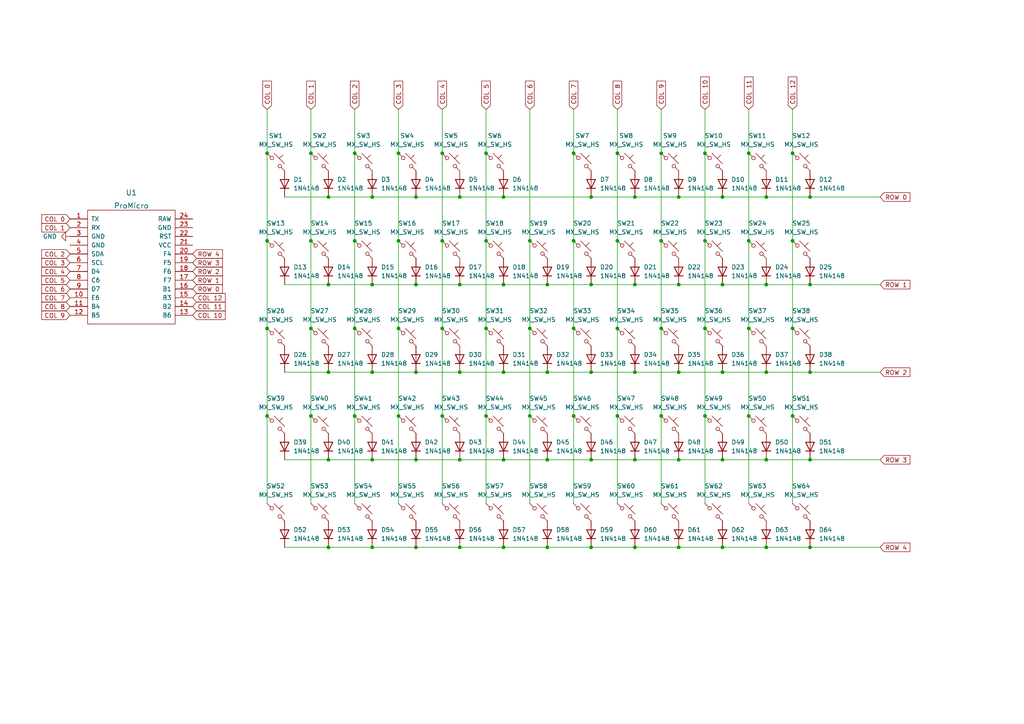
<source format=kicad_sch>
(kicad_sch (version 20211123) (generator eeschema)
  (paper "A4")
  (junction (at 171.45 107.95))
  (junction (at 184.15 82.55))
  (junction (at 115.57 44.45))
  (junction (at 234.95 57.15))
  (junction (at 234.95 158.75))
  (junction (at 95.25 107.95))
  (junction (at 158.75 158.75))
  (junction (at 209.55 82.55))
  (junction (at 102.87 44.45))
  (junction (at 140.97 120.65))
  (junction (at 90.17 95.25))
  (junction (at 184.15 107.95))
  (junction (at 166.37 69.85))
  (junction (at 120.65 133.35))
  (junction (at 128.27 120.65))
  (junction (at 217.17 120.65))
  (junction (at 196.85 133.35))
  (junction (at 179.07 44.45))
  (junction (at 153.67 69.85))
  (junction (at 107.95 57.15))
  (junction (at 120.65 158.75))
  (junction (at 196.85 158.75))
  (junction (at 133.35 133.35))
  (junction (at 184.15 133.35))
  (junction (at 140.97 44.45))
  (junction (at 184.15 158.75))
  (junction (at 120.65 82.55))
  (junction (at 171.45 82.55))
  (junction (at 146.05 158.75))
  (junction (at 191.77 44.45))
  (junction (at 115.57 120.65))
  (junction (at 77.47 95.25))
  (junction (at 146.05 57.15))
  (junction (at 222.25 57.15))
  (junction (at 90.17 44.45))
  (junction (at 95.25 82.55))
  (junction (at 95.25 133.35))
  (junction (at 222.25 107.95))
  (junction (at 158.75 107.95))
  (junction (at 140.97 69.85))
  (junction (at 204.47 69.85))
  (junction (at 115.57 69.85))
  (junction (at 77.47 120.65))
  (junction (at 222.25 158.75))
  (junction (at 128.27 69.85))
  (junction (at 146.05 133.35))
  (junction (at 209.55 133.35))
  (junction (at 158.75 133.35))
  (junction (at 90.17 120.65))
  (junction (at 171.45 133.35))
  (junction (at 179.07 95.25))
  (junction (at 133.35 57.15))
  (junction (at 222.25 133.35))
  (junction (at 153.67 120.65))
  (junction (at 179.07 120.65))
  (junction (at 179.07 69.85))
  (junction (at 153.67 95.25))
  (junction (at 234.95 133.35))
  (junction (at 204.47 44.45))
  (junction (at 146.05 107.95))
  (junction (at 107.95 107.95))
  (junction (at 217.17 95.25))
  (junction (at 107.95 158.75))
  (junction (at 77.47 69.85))
  (junction (at 120.65 107.95))
  (junction (at 128.27 95.25))
  (junction (at 95.25 57.15))
  (junction (at 102.87 69.85))
  (junction (at 191.77 120.65))
  (junction (at 184.15 57.15))
  (junction (at 166.37 120.65))
  (junction (at 191.77 69.85))
  (junction (at 90.17 69.85))
  (junction (at 171.45 158.75))
  (junction (at 229.87 120.65))
  (junction (at 102.87 120.65))
  (junction (at 115.57 95.25))
  (junction (at 102.87 95.25))
  (junction (at 209.55 158.75))
  (junction (at 128.27 44.45))
  (junction (at 229.87 44.45))
  (junction (at 140.97 95.25))
  (junction (at 120.65 57.15))
  (junction (at 209.55 107.95))
  (junction (at 217.17 44.45))
  (junction (at 107.95 133.35))
  (junction (at 158.75 82.55))
  (junction (at 229.87 69.85))
  (junction (at 196.85 107.95))
  (junction (at 107.95 82.55))
  (junction (at 95.25 158.75))
  (junction (at 133.35 158.75))
  (junction (at 196.85 82.55))
  (junction (at 191.77 95.25))
  (junction (at 196.85 57.15))
  (junction (at 229.87 95.25))
  (junction (at 209.55 57.15))
  (junction (at 146.05 82.55))
  (junction (at 133.35 82.55))
  (junction (at 204.47 95.25))
  (junction (at 166.37 95.25))
  (junction (at 166.37 44.45))
  (junction (at 217.17 69.85))
  (junction (at 234.95 82.55))
  (junction (at 133.35 107.95))
  (junction (at 204.47 120.65))
  (junction (at 234.95 107.95))
  (junction (at 222.25 82.55))
  (junction (at 171.45 57.15))
  (junction (at 77.47 44.45))
  (wire (pts (xy 158.75 107.95) (xy 171.45 107.95)))
  (wire (pts (xy 191.77 44.45) (xy 191.77 69.85)))
  (wire (pts (xy 171.45 82.55) (xy 184.15 82.55)))
  (wire (pts (xy 166.37 95.25) (xy 166.37 120.65)))
  (wire (pts (xy 102.87 120.65) (xy 102.87 146.05)))
  (wire (pts (xy 166.37 69.85) (xy 166.37 95.25)))
  (wire (pts (xy 229.87 31.75) (xy 229.87 44.45)))
  (wire (pts (xy 128.27 31.75) (xy 128.27 44.45)))
  (wire (pts (xy 77.47 120.65) (xy 77.47 146.05)))
  (wire (pts (xy 234.95 133.35) (xy 255.27 133.35)))
  (wire (pts (xy 95.25 158.75) (xy 107.95 158.75)))
  (wire (pts (xy 107.95 82.55) (xy 120.65 82.55)))
  (wire (pts (xy 133.35 158.75) (xy 146.05 158.75)))
  (wire (pts (xy 140.97 69.85) (xy 140.97 95.25)))
  (wire (pts (xy 229.87 69.85) (xy 229.87 95.25)))
  (wire (pts (xy 222.25 158.75) (xy 234.95 158.75)))
  (wire (pts (xy 204.47 31.75) (xy 204.47 44.45)))
  (wire (pts (xy 128.27 69.85) (xy 128.27 95.25)))
  (wire (pts (xy 166.37 120.65) (xy 166.37 146.05)))
  (wire (pts (xy 171.45 57.15) (xy 184.15 57.15)))
  (wire (pts (xy 204.47 95.25) (xy 204.47 120.65)))
  (wire (pts (xy 102.87 69.85) (xy 102.87 95.25)))
  (wire (pts (xy 234.95 82.55) (xy 255.27 82.55)))
  (wire (pts (xy 196.85 107.95) (xy 209.55 107.95)))
  (wire (pts (xy 128.27 44.45) (xy 128.27 69.85)))
  (wire (pts (xy 107.95 57.15) (xy 120.65 57.15)))
  (wire (pts (xy 158.75 158.75) (xy 171.45 158.75)))
  (wire (pts (xy 120.65 57.15) (xy 133.35 57.15)))
  (wire (pts (xy 146.05 158.75) (xy 158.75 158.75)))
  (wire (pts (xy 217.17 44.45) (xy 217.17 69.85)))
  (wire (pts (xy 90.17 44.45) (xy 90.17 69.85)))
  (wire (pts (xy 140.97 95.25) (xy 140.97 120.65)))
  (wire (pts (xy 95.25 57.15) (xy 107.95 57.15)))
  (wire (pts (xy 209.55 57.15) (xy 222.25 57.15)))
  (wire (pts (xy 95.25 82.55) (xy 107.95 82.55)))
  (wire (pts (xy 184.15 57.15) (xy 196.85 57.15)))
  (wire (pts (xy 90.17 120.65) (xy 90.17 146.05)))
  (wire (pts (xy 115.57 31.75) (xy 115.57 44.45)))
  (wire (pts (xy 171.45 107.95) (xy 184.15 107.95)))
  (wire (pts (xy 196.85 133.35) (xy 209.55 133.35)))
  (wire (pts (xy 204.47 44.45) (xy 204.47 69.85)))
  (wire (pts (xy 217.17 69.85) (xy 217.17 95.25)))
  (wire (pts (xy 115.57 120.65) (xy 115.57 146.05)))
  (wire (pts (xy 196.85 158.75) (xy 209.55 158.75)))
  (wire (pts (xy 153.67 95.25) (xy 153.67 120.65)))
  (wire (pts (xy 179.07 95.25) (xy 179.07 120.65)))
  (wire (pts (xy 184.15 107.95) (xy 196.85 107.95)))
  (wire (pts (xy 133.35 82.55) (xy 146.05 82.55)))
  (wire (pts (xy 120.65 133.35) (xy 133.35 133.35)))
  (wire (pts (xy 184.15 133.35) (xy 196.85 133.35)))
  (wire (pts (xy 209.55 158.75) (xy 222.25 158.75)))
  (wire (pts (xy 102.87 95.25) (xy 102.87 120.65)))
  (wire (pts (xy 153.67 69.85) (xy 153.67 95.25)))
  (wire (pts (xy 107.95 107.95) (xy 120.65 107.95)))
  (wire (pts (xy 179.07 44.45) (xy 179.07 69.85)))
  (wire (pts (xy 196.85 57.15) (xy 209.55 57.15)))
  (wire (pts (xy 115.57 69.85) (xy 115.57 95.25)))
  (wire (pts (xy 82.55 158.75) (xy 95.25 158.75)))
  (wire (pts (xy 222.25 82.55) (xy 234.95 82.55)))
  (wire (pts (xy 171.45 133.35) (xy 184.15 133.35)))
  (wire (pts (xy 90.17 31.75) (xy 90.17 44.45)))
  (wire (pts (xy 234.95 107.95) (xy 255.27 107.95)))
  (wire (pts (xy 234.95 158.75) (xy 255.27 158.75)))
  (wire (pts (xy 102.87 44.45) (xy 102.87 69.85)))
  (wire (pts (xy 171.45 158.75) (xy 184.15 158.75)))
  (wire (pts (xy 153.67 31.75) (xy 153.67 69.85)))
  (wire (pts (xy 217.17 120.65) (xy 217.17 146.05)))
  (wire (pts (xy 184.15 82.55) (xy 196.85 82.55)))
  (wire (pts (xy 115.57 44.45) (xy 115.57 69.85)))
  (wire (pts (xy 191.77 120.65) (xy 191.77 146.05)))
  (wire (pts (xy 204.47 120.65) (xy 204.47 146.05)))
  (wire (pts (xy 95.25 107.95) (xy 107.95 107.95)))
  (wire (pts (xy 153.67 120.65) (xy 153.67 146.05)))
  (wire (pts (xy 120.65 158.75) (xy 133.35 158.75)))
  (wire (pts (xy 77.47 44.45) (xy 77.47 69.85)))
  (wire (pts (xy 82.55 133.35) (xy 95.25 133.35)))
  (wire (pts (xy 140.97 44.45) (xy 140.97 69.85)))
  (wire (pts (xy 191.77 31.75) (xy 191.77 44.45)))
  (wire (pts (xy 222.25 107.95) (xy 234.95 107.95)))
  (wire (pts (xy 90.17 69.85) (xy 90.17 95.25)))
  (wire (pts (xy 107.95 133.35) (xy 120.65 133.35)))
  (wire (pts (xy 196.85 82.55) (xy 209.55 82.55)))
  (wire (pts (xy 120.65 82.55) (xy 133.35 82.55)))
  (wire (pts (xy 146.05 57.15) (xy 171.45 57.15)))
  (wire (pts (xy 90.17 95.25) (xy 90.17 120.65)))
  (wire (pts (xy 146.05 133.35) (xy 158.75 133.35)))
  (wire (pts (xy 77.47 95.25) (xy 77.47 120.65)))
  (wire (pts (xy 77.47 31.75) (xy 77.47 44.45)))
  (wire (pts (xy 166.37 44.45) (xy 166.37 69.85)))
  (wire (pts (xy 229.87 120.65) (xy 229.87 146.05)))
  (wire (pts (xy 82.55 107.95) (xy 95.25 107.95)))
  (wire (pts (xy 128.27 120.65) (xy 128.27 146.05)))
  (wire (pts (xy 229.87 95.25) (xy 229.87 120.65)))
  (wire (pts (xy 209.55 82.55) (xy 222.25 82.55)))
  (wire (pts (xy 95.25 133.35) (xy 107.95 133.35)))
  (wire (pts (xy 191.77 95.25) (xy 191.77 120.65)))
  (wire (pts (xy 158.75 82.55) (xy 171.45 82.55)))
  (wire (pts (xy 107.95 158.75) (xy 120.65 158.75)))
  (wire (pts (xy 77.47 69.85) (xy 77.47 95.25)))
  (wire (pts (xy 133.35 133.35) (xy 146.05 133.35)))
  (wire (pts (xy 222.25 57.15) (xy 234.95 57.15)))
  (wire (pts (xy 115.57 95.25) (xy 115.57 120.65)))
  (wire (pts (xy 234.95 57.15) (xy 255.27 57.15)))
  (wire (pts (xy 217.17 95.25) (xy 217.17 120.65)))
  (wire (pts (xy 209.55 133.35) (xy 222.25 133.35)))
  (wire (pts (xy 209.55 107.95) (xy 222.25 107.95)))
  (wire (pts (xy 140.97 120.65) (xy 140.97 146.05)))
  (wire (pts (xy 146.05 107.95) (xy 158.75 107.95)))
  (wire (pts (xy 166.37 31.75) (xy 166.37 44.45)))
  (wire (pts (xy 120.65 107.95) (xy 133.35 107.95)))
  (wire (pts (xy 133.35 57.15) (xy 146.05 57.15)))
  (wire (pts (xy 146.05 82.55) (xy 158.75 82.55)))
  (wire (pts (xy 222.25 133.35) (xy 234.95 133.35)))
  (wire (pts (xy 179.07 69.85) (xy 179.07 95.25)))
  (wire (pts (xy 128.27 95.25) (xy 128.27 120.65)))
  (wire (pts (xy 204.47 69.85) (xy 204.47 95.25)))
  (wire (pts (xy 179.07 120.65) (xy 179.07 146.05)))
  (wire (pts (xy 102.87 31.75) (xy 102.87 44.45)))
  (wire (pts (xy 133.35 107.95) (xy 146.05 107.95)))
  (wire (pts (xy 140.97 31.75) (xy 140.97 44.45)))
  (wire (pts (xy 184.15 158.75) (xy 196.85 158.75)))
  (wire (pts (xy 217.17 31.75) (xy 217.17 44.45)))
  (wire (pts (xy 82.55 57.15) (xy 95.25 57.15)))
  (wire (pts (xy 82.55 82.55) (xy 95.25 82.55)))
  (wire (pts (xy 229.87 44.45) (xy 229.87 69.85)))
  (wire (pts (xy 179.07 31.75) (xy 179.07 44.45)))
  (wire (pts (xy 191.77 69.85) (xy 191.77 95.25)))
  (wire (pts (xy 158.75 133.35) (xy 171.45 133.35)))
  (global_label "COL 4" (shape input) (at 20.32 78.74 180) (property "Intersheet References" "${INTERSHEET_REFS}" (effects hide)))
  (global_label "ROW 4" (shape input) (at 55.88 73.66 0) (property "Intersheet References" "${INTERSHEET_REFS}" (effects hide)))
  (global_label "COL 10" (shape input) (at 204.47 31.75 90) (property "Intersheet References" "${INTERSHEET_REFS}" (effects hide)))
  (global_label "COL 4" (shape input) (at 128.27 31.75 90) (property "Intersheet References" "${INTERSHEET_REFS}" (effects hide)))
  (global_label "COL 12" (shape input) (at 229.87 31.75 90) (property "Intersheet References" "${INTERSHEET_REFS}" (effects hide)))
  (global_label "COL 3" (shape input) (at 115.57 31.75 90) (property "Intersheet References" "${INTERSHEET_REFS}" (effects hide)))
  (global_label "COL 12" (shape input) (at 55.88 86.36 0) (property "Intersheet References" "${INTERSHEET_REFS}" (effects hide)))
  (global_label "ROW 3" (shape input) (at 55.88 76.2 0) (property "Intersheet References" "${INTERSHEET_REFS}" (effects hide)))
  (global_label "COL 1" (shape input) (at 90.17 31.75 90) (property "Intersheet References" "${INTERSHEET_REFS}" (effects hide)))
  (global_label "ROW 3" (shape input) (at 255.27 133.35 0) (property "Intersheet References" "${INTERSHEET_REFS}" (effects hide)))
  (global_label "ROW 2" (shape input) (at 255.27 107.95 0) (property "Intersheet References" "${INTERSHEET_REFS}" (effects hide)))
  (global_label "COL 0" (shape input) (at 20.32 63.5 180) (property "Intersheet References" "${INTERSHEET_REFS}" (effects hide)))
  (global_label "COL 2" (shape input) (at 20.32 73.66 180) (property "Intersheet References" "${INTERSHEET_REFS}" (effects hide)))
  (global_label "COL 11" (shape input) (at 217.17 31.75 90) (property "Intersheet References" "${INTERSHEET_REFS}" (effects hide)))
  (global_label "COL 8" (shape input) (at 179.07 31.75 90) (property "Intersheet References" "${INTERSHEET_REFS}" (effects hide)))
  (global_label "COL 8" (shape input) (at 20.32 88.9 180) (property "Intersheet References" "${INTERSHEET_REFS}" (effects hide)))
  (global_label "COL 0" (shape input) (at 77.47 31.75 90) (property "Intersheet References" "${INTERSHEET_REFS}" (effects hide)))
  (global_label "ROW 0" (shape input) (at 55.88 83.82 0) (property "Intersheet References" "${INTERSHEET_REFS}" (effects hide)))
  (global_label "COL 6" (shape input) (at 153.67 31.75 90) (property "Intersheet References" "${INTERSHEET_REFS}" (effects hide)))
  (global_label "COL 5" (shape input) (at 20.32 81.28 180) (property "Intersheet References" "${INTERSHEET_REFS}" (effects hide)))
  (global_label "COL 7" (shape input) (at 166.37 31.75 90) (property "Intersheet References" "${INTERSHEET_REFS}" (effects hide)))
  (global_label "COL 5" (shape input) (at 140.97 31.75 90) (property "Intersheet References" "${INTERSHEET_REFS}" (effects hide)))
  (global_label "COL 6" (shape input) (at 20.32 83.82 180) (property "Intersheet References" "${INTERSHEET_REFS}" (effects hide)))
  (global_label "ROW 1" (shape input) (at 55.88 81.28 0) (property "Intersheet References" "${INTERSHEET_REFS}" (effects hide)))
  (global_label "COL 10" (shape input) (at 55.88 91.44 0) (property "Intersheet References" "${INTERSHEET_REFS}" (effects hide)))
  (global_label "ROW 0" (shape input) (at 255.27 57.15 0) (property "Intersheet References" "${INTERSHEET_REFS}" (effects hide)))
  (global_label "COL 7" (shape input) (at 20.32 86.36 180) (property "Intersheet References" "${INTERSHEET_REFS}" (effects hide)))
  (global_label "COL 9" (shape input) (at 20.32 91.44 180) (property "Intersheet References" "${INTERSHEET_REFS}" (effects hide)))
  (global_label "ROW 1" (shape input) (at 255.27 82.55 0) (property "Intersheet References" "${INTERSHEET_REFS}" (effects hide)))
  (global_label "COL 2" (shape input) (at 102.87 31.75 90) (property "Intersheet References" "${INTERSHEET_REFS}" (effects hide)))
  (global_label "ROW 4" (shape input) (at 255.27 158.75 0) (property "Intersheet References" "${INTERSHEET_REFS}" (effects hide)))
  (global_label "COL 3" (shape input) (at 20.32 76.2 180) (property "Intersheet References" "${INTERSHEET_REFS}" (effects hide)))
  (global_label "COL 11" (shape input) (at 55.88 88.9 0) (property "Intersheet References" "${INTERSHEET_REFS}" (effects hide)))
  (global_label "COL 9" (shape input) (at 191.77 31.75 90) (property "Intersheet References" "${INTERSHEET_REFS}" (effects hide)))
  (global_label "COL 1" (shape input) (at 20.32 66.04 180) (property "Intersheet References" "${INTERSHEET_REFS}" (effects hide)))
  (global_label "ROW 2" (shape input) (at 55.88 78.74 0) (property "Intersheet References" "${INTERSHEET_REFS}" (effects hide)))
  (symbol (lib_id "marbastlib-mx:MX_SW_HS") (at 156.21 72.39 0) (unit 1)
    (property "Reference" "SW19" (at 156.21 64.77 0))
    (property "Value" "MX_SW_HS" (at 156.21 67.31 0))
    (property "Footprint" "MX_Only:MXOnly-1U-Hotswap" (effects hide))
  )
  (symbol (lib_id "Diode:1N4148") (at 158.75 78.74 90) (unit 1)
    (property "Reference" "D19" (at 161.29 77.4699 90) (effects (justify right)))
    (property "Value" "1N4148" (at 161.29 80.0099 90) (effects (justify right)))
    (property "Footprint" "Diode_THT:D_DO-35_SOD27_P7.62mm_Horizontal" (effects hide))
    (property "Datasheet" "https://assets.nexperia.com/documents/data-sheet/1N4148_1N4448.pdf" (effects hide))
  )
  (symbol (lib_id "Diode:1N4148") (at 107.95 129.54 90) (unit 1)
    (property "Reference" "D41" (at 110.49 128.2699 90) (effects (justify right)))
    (property "Value" "1N4148" (at 110.49 130.8099 90) (effects (justify right)))
    (property "Footprint" "Diode_THT:D_DO-35_SOD27_P7.62mm_Horizontal" (effects hide))
    (property "Datasheet" "https://assets.nexperia.com/documents/data-sheet/1N4148_1N4448.pdf" (effects hide))
  )
  (symbol (lib_id "Diode:1N4148") (at 171.45 154.94 90) (unit 1)
    (property "Reference" "D59" (at 173.99 153.6699 90) (effects (justify right)))
    (property "Value" "1N4148" (at 173.99 156.2099 90) (effects (justify right)))
    (property "Footprint" "Diode_THT:D_DO-35_SOD27_P7.62mm_Horizontal" (effects hide))
    (property "Datasheet" "https://assets.nexperia.com/documents/data-sheet/1N4148_1N4448.pdf" (effects hide))
  )
  (symbol (lib_id "marbastlib-mx:MX_SW_HS") (at 232.41 72.39 0) (unit 1)
    (property "Reference" "SW25" (at 232.41 64.77 0))
    (property "Value" "MX_SW_HS" (at 232.41 67.31 0))
    (property "Footprint" "MX_Only:MXOnly-1U-Hotswap" (effects hide))
  )
  (symbol (lib_id "Diode:1N4148") (at 234.95 53.34 90) (unit 1)
    (property "Reference" "D12" (at 237.49 52.0699 90) (effects (justify right)))
    (property "Value" "1N4148" (at 237.49 54.6099 90) (effects (justify right)))
    (property "Footprint" "Diode_THT:D_DO-35_SOD27_P7.62mm_Horizontal" (effects hide))
    (property "Datasheet" "https://assets.nexperia.com/documents/data-sheet/1N4148_1N4448.pdf" (effects hide))
  )
  (symbol (lib_id "marbastlib-mx:MX_SW_HS") (at 143.51 46.99 0) (unit 1)
    (property "Reference" "SW6" (at 143.51 39.37 0))
    (property "Value" "MX_SW_HS" (at 143.51 41.91 0))
    (property "Footprint" "MX_Only:MXOnly-1U-Hotswap" (effects hide))
  )
  (symbol (lib_id "marbastlib-mx:MX_SW_HS") (at 156.21 148.59 0) (unit 1)
    (property "Reference" "SW58" (at 156.21 140.97 0))
    (property "Value" "MX_SW_HS" (at 156.21 143.51 0))
    (property "Footprint" "MX_Only:MXOnly-1U-Hotswap" (effects hide))
  )
  (symbol (lib_id "marbastlib-mx:MX_SW_HS") (at 130.81 72.39 0) (unit 1)
    (property "Reference" "SW17" (at 130.81 64.77 0))
    (property "Value" "MX_SW_HS" (at 130.81 67.31 0))
    (property "Footprint" "MX_Only:MXOnly-1U-Hotswap" (effects hide))
  )
  (symbol (lib_id "marbastlib-mx:MX_SW_HS") (at 181.61 46.99 0) (unit 1)
    (property "Reference" "SW8" (at 181.61 39.37 0))
    (property "Value" "MX_SW_HS" (at 181.61 41.91 0))
    (property "Footprint" "MX_Only:MXOnly-1U-Hotswap" (effects hide))
  )
  (symbol (lib_id "Diode:1N4148") (at 158.75 154.94 90) (unit 1)
    (property "Reference" "D58" (at 161.29 153.6699 90) (effects (justify right)))
    (property "Value" "1N4148" (at 161.29 156.2099 90) (effects (justify right)))
    (property "Footprint" "Diode_THT:D_DO-35_SOD27_P7.62mm_Horizontal" (effects hide))
    (property "Datasheet" "https://assets.nexperia.com/documents/data-sheet/1N4148_1N4448.pdf" (effects hide))
  )
  (symbol (lib_id "marbastlib-mx:MX_SW_HS") (at 194.31 148.59 0) (unit 1)
    (property "Reference" "SW61" (at 194.31 140.97 0))
    (property "Value" "MX_SW_HS" (at 194.31 143.51 0))
    (property "Footprint" "MX_Only:MXOnly-1U-Hotswap" (effects hide))
  )
  (symbol (lib_id "Diode:1N4148") (at 146.05 53.34 90) (unit 1)
    (property "Reference" "D6" (at 148.59 52.0699 90) (effects (justify right)))
    (property "Value" "1N4148" (at 148.59 54.6099 90) (effects (justify right)))
    (property "Footprint" "Diode_THT:D_DO-35_SOD27_P7.62mm_Horizontal" (effects hide))
    (property "Datasheet" "https://assets.nexperia.com/documents/data-sheet/1N4148_1N4448.pdf" (effects hide))
  )
  (symbol (lib_id "marbastlib-mx:MX_SW_HS") (at 232.41 123.19 0) (unit 1)
    (property "Reference" "SW51" (at 232.41 115.57 0))
    (property "Value" "MX_SW_HS" (at 232.41 118.11 0))
    (property "Footprint" "MX_Only:MXOnly-1U-Hotswap" (effects hide))
  )
  (symbol (lib_id "Diode:1N4148") (at 222.25 129.54 90) (unit 1)
    (property "Reference" "D50" (at 224.79 128.2699 90) (effects (justify right)))
    (property "Value" "1N4148" (at 224.79 130.8099 90) (effects (justify right)))
    (property "Footprint" "Diode_THT:D_DO-35_SOD27_P7.62mm_Horizontal" (effects hide))
    (property "Datasheet" "https://assets.nexperia.com/documents/data-sheet/1N4148_1N4448.pdf" (effects hide))
  )
  (symbol (lib_id "Diode:1N4148") (at 82.55 78.74 90) (unit 1)
    (property "Reference" "D13" (at 85.09 77.4699 90) (effects (justify right)))
    (property "Value" "1N4148" (at 85.09 80.0099 90) (effects (justify right)))
    (property "Footprint" "Diode_THT:D_DO-35_SOD27_P7.62mm_Horizontal" (effects hide))
    (property "Datasheet" "https://assets.nexperia.com/documents/data-sheet/1N4148_1N4448.pdf" (effects hide))
  )
  (symbol (lib_id "marbastlib-mx:MX_SW_HS") (at 130.81 46.99 0) (unit 1)
    (property "Reference" "SW5" (at 130.81 39.37 0))
    (property "Value" "MX_SW_HS" (at 130.81 41.91 0))
    (property "Footprint" "MX_Only:MXOnly-1U-Hotswap" (effects hide))
  )
  (symbol (lib_id "Diode:1N4148") (at 209.55 53.34 90) (unit 1)
    (property "Reference" "D10" (at 212.09 52.0699 90) (effects (justify right)))
    (property "Value" "1N4148" (at 212.09 54.6099 90) (effects (justify right)))
    (property "Footprint" "Diode_THT:D_DO-35_SOD27_P7.62mm_Horizontal" (effects hide))
    (property "Datasheet" "https://assets.nexperia.com/documents/data-sheet/1N4148_1N4448.pdf" (effects hide))
  )
  (symbol (lib_id "Diode:1N4148") (at 209.55 129.54 90) (unit 1)
    (property "Reference" "D49" (at 212.09 128.2699 90) (effects (justify right)))
    (property "Value" "1N4148" (at 212.09 130.8099 90) (effects (justify right)))
    (property "Footprint" "Diode_THT:D_DO-35_SOD27_P7.62mm_Horizontal" (effects hide))
    (property "Datasheet" "https://assets.nexperia.com/documents/data-sheet/1N4148_1N4448.pdf" (effects hide))
  )
  (symbol (lib_id "Diode:1N4148") (at 184.15 78.74 90) (unit 1)
    (property "Reference" "D21" (at 186.69 77.4699 90) (effects (justify right)))
    (property "Value" "1N4148" (at 186.69 80.0099 90) (effects (justify right)))
    (property "Footprint" "Diode_THT:D_DO-35_SOD27_P7.62mm_Horizontal" (effects hide))
    (property "Datasheet" "https://assets.nexperia.com/documents/data-sheet/1N4148_1N4448.pdf" (effects hide))
  )
  (symbol (lib_id "Diode:1N4148") (at 222.25 53.34 90) (unit 1)
    (property "Reference" "D11" (at 224.79 52.0699 90) (effects (justify right)))
    (property "Value" "1N4148" (at 224.79 54.6099 90) (effects (justify right)))
    (property "Footprint" "Diode_THT:D_DO-35_SOD27_P7.62mm_Horizontal" (effects hide))
    (property "Datasheet" "https://assets.nexperia.com/documents/data-sheet/1N4148_1N4448.pdf" (effects hide))
  )
  (symbol (lib_id "marbastlib-mx:MX_SW_HS") (at 130.81 148.59 0) (unit 1)
    (property "Reference" "SW56" (at 130.81 140.97 0))
    (property "Value" "MX_SW_HS" (at 130.81 143.51 0))
    (property "Footprint" "MX_Only:MXOnly-1U-Hotswap" (effects hide))
  )
  (symbol (lib_id "Diode:1N4148") (at 222.25 78.74 90) (unit 1)
    (property "Reference" "D24" (at 224.79 77.4699 90) (effects (justify right)))
    (property "Value" "1N4148" (at 224.79 80.0099 90) (effects (justify right)))
    (property "Footprint" "Diode_THT:D_DO-35_SOD27_P7.62mm_Horizontal" (effects hide))
    (property "Datasheet" "https://assets.nexperia.com/documents/data-sheet/1N4148_1N4448.pdf" (effects hide))
  )
  (symbol (lib_id "marbastlib-mx:MX_SW_HS") (at 207.01 148.59 0) (unit 1)
    (property "Reference" "SW62" (at 207.01 140.97 0))
    (property "Value" "MX_SW_HS" (at 207.01 143.51 0))
    (property "Footprint" "MX_Only:MXOnly-1U-Hotswap" (effects hide))
  )
  (symbol (lib_id "marbastlib-mx:MX_SW_HS") (at 118.11 72.39 0) (unit 1)
    (property "Reference" "SW16" (at 118.11 64.77 0))
    (property "Value" "MX_SW_HS" (at 118.11 67.31 0))
    (property "Footprint" "MX_Only:MXOnly-1U-Hotswap" (effects hide))
  )
  (symbol (lib_id "Diode:1N4148") (at 120.65 154.94 90) (unit 1)
    (property "Reference" "D55" (at 123.19 153.6699 90) (effects (justify right)))
    (property "Value" "1N4148" (at 123.19 156.2099 90) (effects (justify right)))
    (property "Footprint" "Diode_THT:D_DO-35_SOD27_P7.62mm_Horizontal" (effects hide))
    (property "Datasheet" "https://assets.nexperia.com/documents/data-sheet/1N4148_1N4448.pdf" (effects hide))
  )
  (symbol (lib_id "Diode:1N4148") (at 158.75 104.14 90) (unit 1)
    (property "Reference" "D32" (at 161.29 102.8699 90) (effects (justify right)))
    (property "Value" "1N4148" (at 161.29 105.4099 90) (effects (justify right)))
    (property "Footprint" "Diode_THT:D_DO-35_SOD27_P7.62mm_Horizontal" (effects hide))
    (property "Datasheet" "https://assets.nexperia.com/documents/data-sheet/1N4148_1N4448.pdf" (effects hide))
  )
  (symbol (lib_id "marbastlib-mx:MX_SW_HS") (at 168.91 72.39 0) (unit 1)
    (property "Reference" "SW20" (at 168.91 64.77 0))
    (property "Value" "MX_SW_HS" (at 168.91 67.31 0))
    (property "Footprint" "MX_Only:MXOnly-1U-Hotswap" (effects hide))
  )
  (symbol (lib_id "marbastlib-mx:MX_SW_HS") (at 80.01 46.99 0) (unit 1)
    (property "Reference" "SW1" (at 80.01 39.37 0))
    (property "Value" "MX_SW_HS" (at 80.01 41.91 0))
    (property "Footprint" "MX_Only:MXOnly-1U-Hotswap" (effects hide))
  )
  (symbol (lib_id "marbastlib-mx:MX_SW_HS") (at 80.01 97.79 0) (unit 1)
    (property "Reference" "SW26" (at 80.01 90.17 0))
    (property "Value" "MX_SW_HS" (at 80.01 92.71 0))
    (property "Footprint" "MX_Only:MXOnly-1U-Hotswap" (effects hide))
  )
  (symbol (lib_id "Diode:1N4148") (at 133.35 104.14 90) (unit 1)
    (property "Reference" "D30" (at 135.89 102.8699 90) (effects (justify right)))
    (property "Value" "1N4148" (at 135.89 105.4099 90) (effects (justify right)))
    (property "Footprint" "Diode_THT:D_DO-35_SOD27_P7.62mm_Horizontal" (effects hide))
    (property "Datasheet" "https://assets.nexperia.com/documents/data-sheet/1N4148_1N4448.pdf" (effects hide))
  )
  (symbol (lib_id "marbastlib-mx:MX_SW_HS") (at 181.61 148.59 0) (unit 1)
    (property "Reference" "SW60" (at 181.61 140.97 0))
    (property "Value" "MX_SW_HS" (at 181.61 143.51 0))
    (property "Footprint" "MX_Only:MXOnly-1U-Hotswap" (effects hide))
  )
  (symbol (lib_id "Diode:1N4148") (at 184.15 129.54 90) (unit 1)
    (property "Reference" "D47" (at 186.69 128.2699 90) (effects (justify right)))
    (property "Value" "1N4148" (at 186.69 130.8099 90) (effects (justify right)))
    (property "Footprint" "Diode_THT:D_DO-35_SOD27_P7.62mm_Horizontal" (effects hide))
    (property "Datasheet" "https://assets.nexperia.com/documents/data-sheet/1N4148_1N4448.pdf" (effects hide))
  )
  (symbol (lib_id "marbastlib-mx:MX_SW_HS") (at 118.11 97.79 0) (unit 1)
    (property "Reference" "SW29" (at 118.11 90.17 0))
    (property "Value" "MX_SW_HS" (at 118.11 92.71 0))
    (property "Footprint" "MX_Only:MXOnly-1U-Hotswap" (effects hide))
  )
  (symbol (lib_id "marbastlib-mx:MX_SW_HS") (at 156.21 97.79 0) (unit 1)
    (property "Reference" "SW32" (at 156.21 90.17 0))
    (property "Value" "MX_SW_HS" (at 156.21 92.71 0))
    (property "Footprint" "MX_Only:MXOnly-1U-Hotswap" (effects hide))
  )
  (symbol (lib_id "marbastlib-mx:MX_SW_HS") (at 194.31 123.19 0) (unit 1)
    (property "Reference" "SW48" (at 194.31 115.57 0))
    (property "Value" "MX_SW_HS" (at 194.31 118.11 0))
    (property "Footprint" "MX_Only:MXOnly-1U-Hotswap" (effects hide))
  )
  (symbol (lib_id "marbastlib-mx:MX_SW_HS") (at 168.91 148.59 0) (unit 1)
    (property "Reference" "SW59" (at 168.91 140.97 0))
    (property "Value" "MX_SW_HS" (at 168.91 143.51 0))
    (property "Footprint" "MX_Only:MXOnly-1U-Hotswap" (effects hide))
  )
  (symbol (lib_id "Diode:1N4148") (at 234.95 129.54 90) (unit 1)
    (property "Reference" "D51" (at 237.49 128.2699 90) (effects (justify right)))
    (property "Value" "1N4148" (at 237.49 130.8099 90) (effects (justify right)))
    (property "Footprint" "Diode_THT:D_DO-35_SOD27_P7.62mm_Horizontal" (effects hide))
    (property "Datasheet" "https://assets.nexperia.com/documents/data-sheet/1N4148_1N4448.pdf" (effects hide))
  )
  (symbol (lib_id "Diode:1N4148") (at 107.95 78.74 90) (unit 1)
    (property "Reference" "D15" (at 110.49 77.4699 90) (effects (justify right)))
    (property "Value" "1N4148" (at 110.49 80.0099 90) (effects (justify right)))
    (property "Footprint" "Diode_THT:D_DO-35_SOD27_P7.62mm_Horizontal" (effects hide))
    (property "Datasheet" "https://assets.nexperia.com/documents/data-sheet/1N4148_1N4448.pdf" (effects hide))
  )
  (symbol (lib_id "marbastlib-mx:MX_SW_HS") (at 143.51 72.39 0) (unit 1)
    (property "Reference" "SW18" (at 143.51 64.77 0))
    (property "Value" "MX_SW_HS" (at 143.51 67.31 0))
    (property "Footprint" "MX_Only:MXOnly-1U-Hotswap" (effects hide))
  )
  (symbol (lib_id "marbastlib-mx:MX_SW_HS") (at 232.41 46.99 0) (unit 1)
    (property "Reference" "SW12" (at 232.41 39.37 0))
    (property "Value" "MX_SW_HS" (at 232.41 41.91 0))
    (property "Footprint" "MX_Only:MXOnly-1U-Hotswap" (effects hide))
  )
  (symbol (lib_id "marbastlib-mx:MX_SW_HS") (at 219.71 148.59 0) (unit 1)
    (property "Reference" "SW63" (at 219.71 140.97 0))
    (property "Value" "MX_SW_HS" (at 219.71 143.51 0))
    (property "Footprint" "MX_Only:MXOnly-1U-Hotswap" (effects hide))
  )
  (symbol (lib_id "Diode:1N4148") (at 107.95 53.34 90) (unit 1)
    (property "Reference" "D3" (at 110.49 52.0699 90) (effects (justify right)))
    (property "Value" "1N4148" (at 110.49 54.6099 90) (effects (justify right)))
    (property "Footprint" "Diode_THT:D_DO-35_SOD27_P7.62mm_Horizontal" (effects hide))
    (property "Datasheet" "https://assets.nexperia.com/documents/data-sheet/1N4148_1N4448.pdf" (effects hide))
  )
  (symbol (lib_id "Diode:1N4148") (at 120.65 129.54 90) (unit 1)
    (property "Reference" "D42" (at 123.19 128.2699 90) (effects (justify right)))
    (property "Value" "1N4148" (at 123.19 130.8099 90) (effects (justify right)))
    (property "Footprint" "Diode_THT:D_DO-35_SOD27_P7.62mm_Horizontal" (effects hide))
    (property "Datasheet" "https://assets.nexperia.com/documents/data-sheet/1N4148_1N4448.pdf" (effects hide))
  )
  (symbol (lib_id "marbastlib-mx:MX_SW_HS") (at 219.71 97.79 0) (unit 1)
    (property "Reference" "SW37" (at 219.71 90.17 0))
    (property "Value" "MX_SW_HS" (at 219.71 92.71 0))
    (property "Footprint" "MX_Only:MXOnly-1U-Hotswap" (effects hide))
  )
  (symbol (lib_id "marbastlib-mx:MX_SW_HS") (at 207.01 72.39 0) (unit 1)
    (property "Reference" "SW23" (at 207.01 64.77 0))
    (property "Value" "MX_SW_HS" (at 207.01 67.31 0))
    (property "Footprint" "MX_Only:MXOnly-1U-Hotswap" (effects hide))
  )
  (symbol (lib_id "marbastlib-mx:MX_SW_HS") (at 105.41 97.79 0) (unit 1)
    (property "Reference" "SW28" (at 105.41 90.17 0))
    (property "Value" "MX_SW_HS" (at 105.41 92.71 0))
    (property "Footprint" "MX_Only:MXOnly-1U-Hotswap" (effects hide))
  )
  (symbol (lib_id "Diode:1N4148") (at 146.05 129.54 90) (unit 1)
    (property "Reference" "D44" (at 148.59 128.2699 90) (effects (justify right)))
    (property "Value" "1N4148" (at 148.59 130.8099 90) (effects (justify right)))
    (property "Footprint" "Diode_THT:D_DO-35_SOD27_P7.62mm_Horizontal" (effects hide))
    (property "Datasheet" "https://assets.nexperia.com/documents/data-sheet/1N4148_1N4448.pdf" (effects hide))
  )
  (symbol (lib_id "Diode:1N4148") (at 158.75 129.54 90) (unit 1)
    (property "Reference" "D45" (at 161.29 128.2699 90) (effects (justify right)))
    (property "Value" "1N4148" (at 161.29 130.8099 90) (effects (justify right)))
    (property "Footprint" "Diode_THT:D_DO-35_SOD27_P7.62mm_Horizontal" (effects hide))
    (property "Datasheet" "https://assets.nexperia.com/documents/data-sheet/1N4148_1N4448.pdf" (effects hide))
  )
  (symbol (lib_id "Diode:1N4148") (at 95.25 154.94 90) (unit 1)
    (property "Reference" "D53" (at 97.79 153.6699 90) (effects (justify right)))
    (property "Value" "1N4148" (at 97.79 156.2099 90) (effects (justify right)))
    (property "Footprint" "Diode_THT:D_DO-35_SOD27_P7.62mm_Horizontal" (effects hide))
    (property "Datasheet" "https://assets.nexperia.com/documents/data-sheet/1N4148_1N4448.pdf" (effects hide))
  )
  (symbol (lib_id "Diode:1N4148") (at 82.55 104.14 90) (unit 1)
    (property "Reference" "D26" (at 85.09 102.8699 90) (effects (justify right)))
    (property "Value" "1N4148" (at 85.09 105.4099 90) (effects (justify right)))
    (property "Footprint" "Diode_THT:D_DO-35_SOD27_P7.62mm_Horizontal" (effects hide))
    (property "Datasheet" "https://assets.nexperia.com/documents/data-sheet/1N4148_1N4448.pdf" (effects hide))
  )
  (symbol (lib_id "promicro:ProMicro") (at 38.1 82.55 0) (unit 1)
    (property "Reference" "U1" (at 38.1 55.88 0) (effects (font (size 1.524 1.524))))
    (property "Value" "ProMicro" (at 38.1 59.69 0) (effects (font (size 1.524 1.524))))
    (property "Footprint" "promicro:ProMicro" (effects hide))
  )
  (symbol (lib_id "Diode:1N4148") (at 184.15 104.14 90) (unit 1)
    (property "Reference" "D34" (at 186.69 102.8699 90) (effects (justify right)))
    (property "Value" "1N4148" (at 186.69 105.4099 90) (effects (justify right)))
    (property "Footprint" "Diode_THT:D_DO-35_SOD27_P7.62mm_Horizontal" (effects hide))
    (property "Datasheet" "https://assets.nexperia.com/documents/data-sheet/1N4148_1N4448.pdf" (effects hide))
  )
  (symbol (lib_id "Diode:1N4148") (at 107.95 104.14 90) (unit 1)
    (property "Reference" "D28" (at 110.49 102.8699 90) (effects (justify right)))
    (property "Value" "1N4148" (at 110.49 105.4099 90) (effects (justify right)))
    (property "Footprint" "Diode_THT:D_DO-35_SOD27_P7.62mm_Horizontal" (effects hide))
    (property "Datasheet" "https://assets.nexperia.com/documents/data-sheet/1N4148_1N4448.pdf" (effects hide))
  )
  (symbol (lib_id "Diode:1N4148") (at 234.95 78.74 90) (unit 1)
    (property "Reference" "D25" (at 237.49 77.4699 90) (effects (justify right)))
    (property "Value" "1N4148" (at 237.49 80.0099 90) (effects (justify right)))
    (property "Footprint" "Diode_THT:D_DO-35_SOD27_P7.62mm_Horizontal" (effects hide))
    (property "Datasheet" "https://assets.nexperia.com/documents/data-sheet/1N4148_1N4448.pdf" (effects hide))
  )
  (symbol (lib_id "marbastlib-mx:MX_SW_HS") (at 232.41 97.79 0) (unit 1)
    (property "Reference" "SW38" (at 232.41 90.17 0))
    (property "Value" "MX_SW_HS" (at 232.41 92.71 0))
    (property "Footprint" "MX_Only:MXOnly-1U-Hotswap" (effects hide))
  )
  (symbol (lib_id "marbastlib-mx:MX_SW_HS") (at 105.41 123.19 0) (unit 1)
    (property "Reference" "SW41" (at 105.41 115.57 0))
    (property "Value" "MX_SW_HS" (at 105.41 118.11 0))
    (property "Footprint" "MX_Only:MXOnly-1U-Hotswap" (effects hide))
  )
  (symbol (lib_id "Diode:1N4148") (at 209.55 78.74 90) (unit 1)
    (property "Reference" "D23" (at 212.09 77.4699 90) (effects (justify right)))
    (property "Value" "1N4148" (at 212.09 80.0099 90) (effects (justify right)))
    (property "Footprint" "Diode_THT:D_DO-35_SOD27_P7.62mm_Horizontal" (effects hide))
    (property "Datasheet" "https://assets.nexperia.com/documents/data-sheet/1N4148_1N4448.pdf" (effects hide))
  )
  (symbol (lib_id "Diode:1N4148") (at 146.05 104.14 90) (unit 1)
    (property "Reference" "D31" (at 148.59 102.8699 90) (effects (justify right)))
    (property "Value" "1N4148" (at 148.59 105.4099 90) (effects (justify right)))
    (property "Footprint" "Diode_THT:D_DO-35_SOD27_P7.62mm_Horizontal" (effects hide))
    (property "Datasheet" "https://assets.nexperia.com/documents/data-sheet/1N4148_1N4448.pdf" (effects hide))
  )
  (symbol (lib_id "Diode:1N4148") (at 171.45 129.54 90) (unit 1)
    (property "Reference" "D46" (at 173.99 128.2699 90) (effects (justify right)))
    (property "Value" "1N4148" (at 173.99 130.8099 90) (effects (justify right)))
    (property "Footprint" "Diode_THT:D_DO-35_SOD27_P7.62mm_Horizontal" (effects hide))
    (property "Datasheet" "https://assets.nexperia.com/documents/data-sheet/1N4148_1N4448.pdf" (effects hide))
  )
  (symbol (lib_id "marbastlib-mx:MX_SW_HS") (at 92.71 46.99 0) (unit 1)
    (property "Reference" "SW2" (at 92.71 39.37 0))
    (property "Value" "MX_SW_HS" (at 92.71 41.91 0))
    (property "Footprint" "MX_Only:MXOnly-1U-Hotswap" (effects hide))
  )
  (symbol (lib_id "marbastlib-mx:MX_SW_HS") (at 118.11 123.19 0) (unit 1)
    (property "Reference" "SW42" (at 118.11 115.57 0))
    (property "Value" "MX_SW_HS" (at 118.11 118.11 0))
    (property "Footprint" "MX_Only:MXOnly-1U-Hotswap" (effects hide))
  )
  (symbol (lib_id "marbastlib-mx:MX_SW_HS") (at 207.01 46.99 0) (unit 1)
    (property "Reference" "SW10" (at 207.01 39.37 0))
    (property "Value" "MX_SW_HS" (at 207.01 41.91 0))
    (property "Footprint" "MX_Only:MXOnly-1U-Hotswap" (effects hide))
  )
  (symbol (lib_id "marbastlib-mx:MX_SW_HS") (at 168.91 123.19 0) (unit 1)
    (property "Reference" "SW46" (at 168.91 115.57 0))
    (property "Value" "MX_SW_HS" (at 168.91 118.11 0))
    (property "Footprint" "MX_Only:MXOnly-1U-Hotswap" (effects hide))
  )
  (symbol (lib_id "marbastlib-mx:MX_SW_HS") (at 194.31 46.99 0) (unit 1)
    (property "Reference" "SW9" (at 194.31 39.37 0))
    (property "Value" "MX_SW_HS" (at 194.31 41.91 0))
    (property "Footprint" "MX_Only:MXOnly-1U-Hotswap" (effects hide))
  )
  (symbol (lib_id "marbastlib-mx:MX_SW_HS") (at 92.71 72.39 0) (unit 1)
    (property "Reference" "SW14" (at 92.71 64.77 0))
    (property "Value" "MX_SW_HS" (at 92.71 67.31 0))
    (property "Footprint" "MX_Only:MXOnly-1U-Hotswap" (effects hide))
  )
  (symbol (lib_id "marbastlib-mx:MX_SW_HS") (at 168.91 46.99 0) (unit 1)
    (property "Reference" "SW7" (at 168.91 39.37 0))
    (property "Value" "MX_SW_HS" (at 168.91 41.91 0))
    (property "Footprint" "MX_Only:MXOnly-1U-Hotswap" (effects hide))
  )
  (symbol (lib_id "Diode:1N4148") (at 107.95 154.94 90) (unit 1)
    (property "Reference" "D54" (at 110.49 153.6699 90) (effects (justify right)))
    (property "Value" "1N4148" (at 110.49 156.2099 90) (effects (justify right)))
    (property "Footprint" "Diode_THT:D_DO-35_SOD27_P7.62mm_Horizontal" (effects hide))
    (property "Datasheet" "https://assets.nexperia.com/documents/data-sheet/1N4148_1N4448.pdf" (effects hide))
  )
  (symbol (lib_id "marbastlib-mx:MX_SW_HS") (at 207.01 123.19 0) (unit 1)
    (property "Reference" "SW49" (at 207.01 115.57 0))
    (property "Value" "MX_SW_HS" (at 207.01 118.11 0))
    (property "Footprint" "MX_Only:MXOnly-1U-Hotswap" (effects hide))
  )
  (symbol (lib_id "Diode:1N4148") (at 222.25 104.14 90) (unit 1)
    (property "Reference" "D37" (at 224.79 102.8699 90) (effects (justify right)))
    (property "Value" "1N4148" (at 224.79 105.4099 90) (effects (justify right)))
    (property "Footprint" "Diode_THT:D_DO-35_SOD27_P7.62mm_Horizontal" (effects hide))
    (property "Datasheet" "https://assets.nexperia.com/documents/data-sheet/1N4148_1N4448.pdf" (effects hide))
  )
  (symbol (lib_id "marbastlib-mx:MX_SW_HS") (at 232.41 148.59 0) (unit 1)
    (property "Reference" "SW64" (at 232.41 140.97 0))
    (property "Value" "MX_SW_HS" (at 232.41 143.51 0))
    (property "Footprint" "MX_Only:MXOnly-1U-Hotswap" (effects hide))
  )
  (symbol (lib_id "Diode:1N4148") (at 146.05 154.94 90) (unit 1)
    (property "Reference" "D57" (at 148.59 153.6699 90) (effects (justify right)))
    (property "Value" "1N4148" (at 148.59 156.2099 90) (effects (justify right)))
    (property "Footprint" "Diode_THT:D_DO-35_SOD27_P7.62mm_Horizontal" (effects hide))
    (property "Datasheet" "https://assets.nexperia.com/documents/data-sheet/1N4148_1N4448.pdf" (effects hide))
  )
  (symbol (lib_id "Diode:1N4148") (at 184.15 154.94 90) (unit 1)
    (property "Reference" "D60" (at 186.69 153.6699 90) (effects (justify right)))
    (property "Value" "1N4148" (at 186.69 156.2099 90) (effects (justify right)))
    (property "Footprint" "Diode_THT:D_DO-35_SOD27_P7.62mm_Horizontal" (effects hide))
    (property "Datasheet" "https://assets.nexperia.com/documents/data-sheet/1N4148_1N4448.pdf" (effects hide))
  )
  (symbol (lib_id "Diode:1N4148") (at 95.25 129.54 90) (unit 1)
    (property "Reference" "D40" (at 97.79 128.2699 90) (effects (justify right)))
    (property "Value" "1N4148" (at 97.79 130.8099 90) (effects (justify right)))
    (property "Footprint" "Diode_THT:D_DO-35_SOD27_P7.62mm_Horizontal" (effects hide))
    (property "Datasheet" "https://assets.nexperia.com/documents/data-sheet/1N4148_1N4448.pdf" (effects hide))
  )
  (symbol (lib_id "marbastlib-mx:MX_SW_HS") (at 92.71 123.19 0) (unit 1)
    (property "Reference" "SW40" (at 92.71 115.57 0))
    (property "Value" "MX_SW_HS" (at 92.71 118.11 0))
    (property "Footprint" "MX_Only:MXOnly-1U-Hotswap" (effects hide))
  )
  (symbol (lib_id "Diode:1N4148") (at 209.55 104.14 90) (unit 1)
    (property "Reference" "D36" (at 212.09 102.8699 90) (effects (justify right)))
    (property "Value" "1N4148" (at 212.09 105.4099 90) (effects (justify right)))
    (property "Footprint" "Diode_THT:D_DO-35_SOD27_P7.62mm_Horizontal" (effects hide))
    (property "Datasheet" "https://assets.nexperia.com/documents/data-sheet/1N4148_1N4448.pdf" (effects hide))
  )
  (symbol (lib_id "marbastlib-mx:MX_SW_HS") (at 219.71 123.19 0) (unit 1)
    (property "Reference" "SW50" (at 219.71 115.57 0))
    (property "Value" "MX_SW_HS" (at 219.71 118.11 0))
    (property "Footprint" "MX_Only:MXOnly-1U-Hotswap" (effects hide))
  )
  (symbol (lib_id "Diode:1N4148") (at 82.55 53.34 90) (unit 1)
    (property "Reference" "D1" (at 85.09 52.0699 90) (effects (justify right)))
    (property "Value" "1N4148" (at 85.09 54.6099 90) (effects (justify right)))
    (property "Footprint" "Diode_THT:D_DO-35_SOD27_P7.62mm_Horizontal" (effects hide))
    (property "Datasheet" "https://assets.nexperia.com/documents/data-sheet/1N4148_1N4448.pdf" (effects hide))
  )
  (symbol (lib_id "marbastlib-mx:MX_SW_HS") (at 105.41 72.39 0) (unit 1)
    (property "Reference" "SW15" (at 105.41 64.77 0))
    (property "Value" "MX_SW_HS" (at 105.41 67.31 0))
    (property "Footprint" "MX_Only:MXOnly-1U-Hotswap" (effects hide))
  )
  (symbol (lib_id "marbastlib-mx:MX_SW_HS") (at 92.71 148.59 0) (unit 1)
    (property "Reference" "SW53" (at 92.71 140.97 0))
    (property "Value" "MX_SW_HS" (at 92.71 143.51 0))
    (property "Footprint" "MX_Only:MXOnly-1U-Hotswap" (effects hide))
  )
  (symbol (lib_id "Diode:1N4148") (at 120.65 53.34 90) (unit 1)
    (property "Reference" "D4" (at 123.19 52.0699 90) (effects (justify right)))
    (property "Value" "1N4148" (at 123.19 54.6099 90) (effects (justify right)))
    (property "Footprint" "Diode_THT:D_DO-35_SOD27_P7.62mm_Horizontal" (effects hide))
    (property "Datasheet" "https://assets.nexperia.com/documents/data-sheet/1N4148_1N4448.pdf" (effects hide))
  )
  (symbol (lib_id "marbastlib-mx:MX_SW_HS") (at 143.51 97.79 0) (unit 1)
    (property "Reference" "SW31" (at 143.51 90.17 0))
    (property "Value" "MX_SW_HS" (at 143.51 92.71 0))
    (property "Footprint" "MX_Only:MXOnly-1U-Hotswap" (effects hide))
  )
  (symbol (lib_id "marbastlib-mx:MX_SW_HS") (at 118.11 46.99 0) (unit 1)
    (property "Reference" "SW4" (at 118.11 39.37 0))
    (property "Value" "MX_SW_HS" (at 118.11 41.91 0))
    (property "Footprint" "MX_Only:MXOnly-1U-Hotswap" (effects hide))
  )
  (symbol (lib_id "marbastlib-mx:MX_SW_HS") (at 194.31 72.39 0) (unit 1)
    (property "Reference" "SW22" (at 194.31 64.77 0))
    (property "Value" "MX_SW_HS" (at 194.31 67.31 0))
    (property "Footprint" "MX_Only:MXOnly-1U-Hotswap" (effects hide))
  )
  (symbol (lib_id "marbastlib-mx:MX_SW_HS") (at 105.41 148.59 0) (unit 1)
    (property "Reference" "SW54" (at 105.41 140.97 0))
    (property "Value" "MX_SW_HS" (at 105.41 143.51 0))
    (property "Footprint" "MX_Only:MXOnly-1U-Hotswap" (effects hide))
  )
  (symbol (lib_id "Diode:1N4148") (at 120.65 104.14 90) (unit 1)
    (property "Reference" "D29" (at 123.19 102.8699 90) (effects (justify right)))
    (property "Value" "1N4148" (at 123.19 105.4099 90) (effects (justify right)))
    (property "Footprint" "Diode_THT:D_DO-35_SOD27_P7.62mm_Horizontal" (effects hide))
    (property "Datasheet" "https://assets.nexperia.com/documents/data-sheet/1N4148_1N4448.pdf" (effects hide))
  )
  (symbol (lib_id "Diode:1N4148") (at 120.65 78.74 90) (unit 1)
    (property "Reference" "D16" (at 123.19 77.4699 90) (effects (justify right)))
    (property "Value" "1N4148" (at 123.19 80.0099 90) (effects (justify right)))
    (property "Footprint" "Diode_THT:D_DO-35_SOD27_P7.62mm_Horizontal" (effects hide))
    (property "Datasheet" "https://assets.nexperia.com/documents/data-sheet/1N4148_1N4448.pdf" (effects hide))
  )
  (symbol (lib_id "marbastlib-mx:MX_SW_HS") (at 143.51 123.19 0) (unit 1)
    (property "Reference" "SW44" (at 143.51 115.57 0))
    (property "Value" "MX_SW_HS" (at 143.51 118.11 0))
    (property "Footprint" "MX_Only:MXOnly-1U-Hotswap" (effects hide))
  )
  (symbol (lib_id "Diode:1N4148") (at 196.85 154.94 90) (unit 1)
    (property "Reference" "D61" (at 199.39 153.6699 90) (effects (justify right)))
    (property "Value" "1N4148" (at 199.39 156.2099 90) (effects (justify right)))
    (property "Footprint" "Diode_THT:D_DO-35_SOD27_P7.62mm_Horizontal" (effects hide))
    (property "Datasheet" "https://assets.nexperia.com/documents/data-sheet/1N4148_1N4448.pdf" (effects hide))
  )
  (symbol (lib_id "power:GND") (at 20.32 68.58 270) (unit 1)
    (property "Reference" "#PWR0101" (effects hide))
    (property "Value" "GND" (at 16.51 68.5799 90) (effects (justify right)))
  )
  (symbol (lib_id "Diode:1N4148") (at 196.85 129.54 90) (unit 1)
    (property "Reference" "D48" (at 199.39 128.2699 90) (effects (justify right)))
    (property "Value" "1N4148" (at 199.39 130.8099 90) (effects (justify right)))
    (property "Footprint" "Diode_THT:D_DO-35_SOD27_P7.62mm_Horizontal" (effects hide))
    (property "Datasheet" "https://assets.nexperia.com/documents/data-sheet/1N4148_1N4448.pdf" (effects hide))
  )
  (symbol (lib_id "Diode:1N4148") (at 196.85 78.74 90) (unit 1)
    (property "Reference" "D22" (at 199.39 77.4699 90) (effects (justify right)))
    (property "Value" "1N4148" (at 199.39 80.0099 90) (effects (justify right)))
    (property "Footprint" "Diode_THT:D_DO-35_SOD27_P7.62mm_Horizontal" (effects hide))
    (property "Datasheet" "https://assets.nexperia.com/documents/data-sheet/1N4148_1N4448.pdf" (effects hide))
  )
  (symbol (lib_id "Diode:1N4148") (at 133.35 53.34 90) (unit 1)
    (property "Reference" "D5" (at 135.89 52.0699 90) (effects (justify right)))
    (property "Value" "1N4148" (at 135.89 54.6099 90) (effects (justify right)))
    (property "Footprint" "Diode_THT:D_DO-35_SOD27_P7.62mm_Horizontal" (effects hide))
    (property "Datasheet" "https://assets.nexperia.com/documents/data-sheet/1N4148_1N4448.pdf" (effects hide))
  )
  (symbol (lib_id "marbastlib-mx:MX_SW_HS") (at 181.61 72.39 0) (unit 1)
    (property "Reference" "SW21" (at 181.61 64.77 0))
    (property "Value" "MX_SW_HS" (at 181.61 67.31 0))
    (property "Footprint" "MX_Only:MXOnly-1U-Hotswap" (effects hide))
  )
  (symbol (lib_id "marbastlib-mx:MX_SW_HS") (at 194.31 97.79 0) (unit 1)
    (property "Reference" "SW35" (at 194.31 90.17 0))
    (property "Value" "MX_SW_HS" (at 194.31 92.71 0))
    (property "Footprint" "MX_Only:MXOnly-1U-Hotswap" (effects hide))
  )
  (symbol (lib_id "Diode:1N4148") (at 234.95 154.94 90) (unit 1)
    (property "Reference" "D64" (at 237.49 153.6699 90) (effects (justify right)))
    (property "Value" "1N4148" (at 237.49 156.2099 90) (effects (justify right)))
    (property "Footprint" "Diode_THT:D_DO-35_SOD27_P7.62mm_Horizontal" (effects hide))
    (property "Datasheet" "https://assets.nexperia.com/documents/data-sheet/1N4148_1N4448.pdf" (effects hide))
  )
  (symbol (lib_id "marbastlib-mx:MX_SW_HS") (at 80.01 123.19 0) (unit 1)
    (property "Reference" "SW39" (at 80.01 115.57 0))
    (property "Value" "MX_SW_HS" (at 80.01 118.11 0))
    (property "Footprint" "MX_Only:MXOnly-1U-Hotswap" (effects hide))
  )
  (symbol (lib_id "Diode:1N4148") (at 95.25 53.34 90) (unit 1)
    (property "Reference" "D2" (at 97.79 52.0699 90) (effects (justify right)))
    (property "Value" "1N4148" (at 97.79 54.6099 90) (effects (justify right)))
    (property "Footprint" "Diode_THT:D_DO-35_SOD27_P7.62mm_Horizontal" (effects hide))
    (property "Datasheet" "https://assets.nexperia.com/documents/data-sheet/1N4148_1N4448.pdf" (effects hide))
  )
  (symbol (lib_id "Diode:1N4148") (at 82.55 129.54 90) (unit 1)
    (property "Reference" "D39" (at 85.09 128.2699 90) (effects (justify right)))
    (property "Value" "1N4148" (at 85.09 130.8099 90) (effects (justify right)))
    (property "Footprint" "Diode_THT:D_DO-35_SOD27_P7.62mm_Horizontal" (effects hide))
    (property "Datasheet" "https://assets.nexperia.com/documents/data-sheet/1N4148_1N4448.pdf" (effects hide))
  )
  (symbol (lib_id "Diode:1N4148") (at 209.55 154.94 90) (unit 1)
    (property "Reference" "D62" (at 212.09 153.6699 90) (effects (justify right)))
    (property "Value" "1N4148" (at 212.09 156.2099 90) (effects (justify right)))
    (property "Footprint" "Diode_THT:D_DO-35_SOD27_P7.62mm_Horizontal" (effects hide))
    (property "Datasheet" "https://assets.nexperia.com/documents/data-sheet/1N4148_1N4448.pdf" (effects hide))
  )
  (symbol (lib_id "marbastlib-mx:MX_SW_HS") (at 156.21 123.19 0) (unit 1)
    (property "Reference" "SW45" (at 156.21 115.57 0))
    (property "Value" "MX_SW_HS" (at 156.21 118.11 0))
    (property "Footprint" "MX_Only:MXOnly-1U-Hotswap" (effects hide))
  )
  (symbol (lib_id "Diode:1N4148") (at 133.35 129.54 90) (unit 1)
    (property "Reference" "D43" (at 135.89 128.2699 90) (effects (justify right)))
    (property "Value" "1N4148" (at 135.89 130.8099 90) (effects (justify right)))
    (property "Footprint" "Diode_THT:D_DO-35_SOD27_P7.62mm_Horizontal" (effects hide))
    (property "Datasheet" "https://assets.nexperia.com/documents/data-sheet/1N4148_1N4448.pdf" (effects hide))
  )
  (symbol (lib_id "marbastlib-mx:MX_SW_HS") (at 130.81 123.19 0) (unit 1)
    (property "Reference" "SW43" (at 130.81 115.57 0))
    (property "Value" "MX_SW_HS" (at 130.81 118.11 0))
    (property "Footprint" "MX_Only:MXOnly-1U-Hotswap" (effects hide))
  )
  (symbol (lib_id "Diode:1N4148") (at 184.15 53.34 90) (unit 1)
    (property "Reference" "D8" (at 186.69 52.0699 90) (effects (justify right)))
    (property "Value" "1N4148" (at 186.69 54.6099 90) (effects (justify right)))
    (property "Footprint" "Diode_THT:D_DO-35_SOD27_P7.62mm_Horizontal" (effects hide))
    (property "Datasheet" "https://assets.nexperia.com/documents/data-sheet/1N4148_1N4448.pdf" (effects hide))
  )
  (symbol (lib_id "Diode:1N4148") (at 196.85 53.34 90) (unit 1)
    (property "Reference" "D9" (at 199.39 52.0699 90) (effects (justify right)))
    (property "Value" "1N4148" (at 199.39 54.6099 90) (effects (justify right)))
    (property "Footprint" "Diode_THT:D_DO-35_SOD27_P7.62mm_Horizontal" (effects hide))
    (property "Datasheet" "https://assets.nexperia.com/documents/data-sheet/1N4148_1N4448.pdf" (effects hide))
  )
  (symbol (lib_id "marbastlib-mx:MX_SW_HS") (at 168.91 97.79 0) (unit 1)
    (property "Reference" "SW33" (at 168.91 90.17 0))
    (property "Value" "MX_SW_HS" (at 168.91 92.71 0))
    (property "Footprint" "MX_Only:MXOnly-1U-Hotswap" (effects hide))
  )
  (symbol (lib_id "marbastlib-mx:MX_SW_HS") (at 105.41 46.99 0) (unit 1)
    (property "Reference" "SW3" (at 105.41 39.37 0))
    (property "Value" "MX_SW_HS" (at 105.41 41.91 0))
    (property "Footprint" "MX_Only:MXOnly-1U-Hotswap" (effects hide))
  )
  (symbol (lib_id "Diode:1N4148") (at 196.85 104.14 90) (unit 1)
    (property "Reference" "D35" (at 199.39 102.8699 90) (effects (justify right)))
    (property "Value" "1N4148" (at 199.39 105.4099 90) (effects (justify right)))
    (property "Footprint" "Diode_THT:D_DO-35_SOD27_P7.62mm_Horizontal" (effects hide))
    (property "Datasheet" "https://assets.nexperia.com/documents/data-sheet/1N4148_1N4448.pdf" (effects hide))
  )
  (symbol (lib_id "marbastlib-mx:MX_SW_HS") (at 219.71 72.39 0) (unit 1)
    (property "Reference" "SW24" (at 219.71 64.77 0))
    (property "Value" "MX_SW_HS" (at 219.71 67.31 0))
    (property "Footprint" "MX_Only:MXOnly-1U-Hotswap" (effects hide))
  )
  (symbol (lib_id "marbastlib-mx:MX_SW_HS") (at 207.01 97.79 0) (unit 1)
    (property "Reference" "SW36" (at 207.01 90.17 0))
    (property "Value" "MX_SW_HS" (at 207.01 92.71 0))
    (property "Footprint" "MX_Only:MXOnly-1U-Hotswap" (effects hide))
  )
  (symbol (lib_id "marbastlib-mx:MX_SW_HS") (at 80.01 72.39 0) (unit 1)
    (property "Reference" "SW13" (at 80.01 64.77 0))
    (property "Value" "MX_SW_HS" (at 80.01 67.31 0))
    (property "Footprint" "MX_Only:MXOnly-1U-Hotswap" (effects hide))
  )
  (symbol (lib_id "Diode:1N4148") (at 222.25 154.94 90) (unit 1)
    (property "Reference" "D63" (at 224.79 153.6699 90) (effects (justify right)))
    (property "Value" "1N4148" (at 224.79 156.2099 90) (effects (justify right)))
    (property "Footprint" "Diode_THT:D_DO-35_SOD27_P7.62mm_Horizontal" (effects hide))
    (property "Datasheet" "https://assets.nexperia.com/documents/data-sheet/1N4148_1N4448.pdf" (effects hide))
  )
  (symbol (lib_id "Diode:1N4148") (at 171.45 104.14 90) (unit 1)
    (property "Reference" "D33" (at 173.99 102.8699 90) (effects (justify right)))
    (property "Value" "1N4148" (at 173.99 105.4099 90) (effects (justify right)))
    (property "Footprint" "Diode_THT:D_DO-35_SOD27_P7.62mm_Horizontal" (effects hide))
    (property "Datasheet" "https://assets.nexperia.com/documents/data-sheet/1N4148_1N4448.pdf" (effects hide))
  )
  (symbol (lib_id "Diode:1N4148") (at 146.05 78.74 90) (unit 1)
    (property "Reference" "D18" (at 148.59 77.4699 90) (effects (justify right)))
    (property "Value" "1N4148" (at 148.59 80.0099 90) (effects (justify right)))
    (property "Footprint" "Diode_THT:D_DO-35_SOD27_P7.62mm_Horizontal" (effects hide))
    (property "Datasheet" "https://assets.nexperia.com/documents/data-sheet/1N4148_1N4448.pdf" (effects hide))
  )
  (symbol (lib_id "marbastlib-mx:MX_SW_HS") (at 181.61 97.79 0) (unit 1)
    (property "Reference" "SW34" (at 181.61 90.17 0))
    (property "Value" "MX_SW_HS" (at 181.61 92.71 0))
    (property "Footprint" "MX_Only:MXOnly-1U-Hotswap" (effects hide))
  )
  (symbol (lib_id "Diode:1N4148") (at 133.35 78.74 90) (unit 1)
    (property "Reference" "D17" (at 135.89 77.4699 90) (effects (justify right)))
    (property "Value" "1N4148" (at 135.89 80.0099 90) (effects (justify right)))
    (property "Footprint" "Diode_THT:D_DO-35_SOD27_P7.62mm_Horizontal" (effects hide))
    (property "Datasheet" "https://assets.nexperia.com/documents/data-sheet/1N4148_1N4448.pdf" (effects hide))
  )
  (symbol (lib_id "Diode:1N4148") (at 82.55 154.94 90) (unit 1)
    (property "Reference" "D52" (at 85.09 153.6699 90) (effects (justify right)))
    (property "Value" "1N4148" (at 85.09 156.2099 90) (effects (justify right)))
    (property "Footprint" "Diode_THT:D_DO-35_SOD27_P7.62mm_Horizontal" (effects hide))
    (property "Datasheet" "https://assets.nexperia.com/documents/data-sheet/1N4148_1N4448.pdf" (effects hide))
  )
  (symbol (lib_id "Diode:1N4148") (at 133.35 154.94 90) (unit 1)
    (property "Reference" "D56" (at 135.89 153.6699 90) (effects (justify right)))
    (property "Value" "1N4148" (at 135.89 156.2099 90) (effects (justify right)))
    (property "Footprint" "Diode_THT:D_DO-35_SOD27_P7.62mm_Horizontal" (effects hide))
    (property "Datasheet" "https://assets.nexperia.com/documents/data-sheet/1N4148_1N4448.pdf" (effects hide))
  )
  (symbol (lib_id "Diode:1N4148") (at 171.45 78.74 90) (unit 1)
    (property "Reference" "D20" (at 173.99 77.4699 90) (effects (justify right)))
    (property "Value" "1N4148" (at 173.99 80.0099 90) (effects (justify right)))
    (property "Footprint" "Diode_THT:D_DO-35_SOD27_P7.62mm_Horizontal" (effects hide))
    (property "Datasheet" "https://assets.nexperia.com/documents/data-sheet/1N4148_1N4448.pdf" (effects hide))
  )
  (symbol (lib_id "marbastlib-mx:MX_SW_HS") (at 130.81 97.79 0) (unit 1)
    (property "Reference" "SW30" (at 130.81 90.17 0))
    (property "Value" "MX_SW_HS" (at 130.81 92.71 0))
    (property "Footprint" "MX_Only:MXOnly-1U-Hotswap" (effects hide))
  )
  (symbol (lib_id "marbastlib-mx:MX_SW_HS") (at 118.11 148.59 0) (unit 1)
    (property "Reference" "SW55" (at 118.11 140.97 0))
    (property "Value" "MX_SW_HS" (at 118.11 143.51 0))
    (property "Footprint" "MX_Only:MXOnly-1U-Hotswap" (effects hide))
  )
  (symbol (lib_id "Diode:1N4148") (at 171.45 53.34 90) (unit 1)
    (property "Reference" "D7" (at 173.99 52.0699 90) (effects (justify right)))
    (property "Value" "1N4148" (at 173.99 54.6099 90) (effects (justify right)))
    (property "Footprint" "Diode_THT:D_DO-35_SOD27_P7.62mm_Horizontal" (effects hide))
    (property "Datasheet" "https://assets.nexperia.com/documents/data-sheet/1N4148_1N4448.pdf" (effects hide))
  )
  (symbol (lib_id "Diode:1N4148") (at 234.95 104.14 90) (unit 1)
    (property "Reference" "D38" (at 237.49 102.8699 90) (effects (justify right)))
    (property "Value" "1N4148" (at 237.49 105.4099 90) (effects (justify right)))
    (property "Footprint" "Diode_THT:D_DO-35_SOD27_P7.62mm_Horizontal" (effects hide))
    (property "Datasheet" "https://assets.nexperia.com/documents/data-sheet/1N4148_1N4448.pdf" (effects hide))
  )
  (symbol (lib_id "marbastlib-mx:MX_SW_HS") (at 219.71 46.99 0) (unit 1)
    (property "Reference" "SW11" (at 219.71 39.37 0))
    (property "Value" "MX_SW_HS" (at 219.71 41.91 0))
    (property "Footprint" "MX_Only:MXOnly-1U-Hotswap" (effects hide))
  )
  (symbol (lib_id "Diode:1N4148") (at 95.25 78.74 90) (unit 1)
    (property "Reference" "D14" (at 97.79 77.4699 90) (effects (justify right)))
    (property "Value" "1N4148" (at 97.79 80.0099 90) (effects (justify right)))
    (property "Footprint" "Diode_THT:D_DO-35_SOD27_P7.62mm_Horizontal" (effects hide))
    (property "Datasheet" "https://assets.nexperia.com/documents/data-sheet/1N4148_1N4448.pdf" (effects hide))
  )
  (symbol (lib_id "marbastlib-mx:MX_SW_HS") (at 80.01 148.59 0) (unit 1)
    (property "Reference" "SW52" (at 80.01 140.97 0))
    (property "Value" "MX_SW_HS" (at 80.01 143.51 0))
    (property "Footprint" "MX_Only:MXOnly-1U-Hotswap" (effects hide))
  )
  (symbol (lib_id "marbastlib-mx:MX_SW_HS") (at 143.51 148.59 0) (unit 1)
    (property "Reference" "SW57" (at 143.51 140.97 0))
    (property "Value" "MX_SW_HS" (at 143.51 143.51 0))
    (property "Footprint" "MX_Only:MXOnly-1U-Hotswap" (effects hide))
  )
  (symbol (lib_id "marbastlib-mx:MX_SW_HS") (at 181.61 123.19 0) (unit 1)
    (property "Reference" "SW47" (at 181.61 115.57 0))
    (property "Value" "MX_SW_HS" (at 181.61 118.11 0))
    (property "Footprint" "MX_Only:MXOnly-1U-Hotswap" (effects hide))
  )
  (symbol (lib_id "Diode:1N4148") (at 95.25 104.14 90) (unit 1)
    (property "Reference" "D27" (at 97.79 102.8699 90) (effects (justify right)))
    (property "Value" "1N4148" (at 97.79 105.4099 90) (effects (justify right)))
    (property "Footprint" "Diode_THT:D_DO-35_SOD27_P7.62mm_Horizontal" (effects hide))
    (property "Datasheet" "https://assets.nexperia.com/documents/data-sheet/1N4148_1N4448.pdf" (effects hide))
  )
  (symbol (lib_id "marbastlib-mx:MX_SW_HS") (at 92.71 97.79 0) (unit 1)
    (property "Reference" "SW27" (at 92.71 90.17 0))
    (property "Value" "MX_SW_HS" (at 92.71 92.71 0))
    (property "Footprint" "MX_Only:MXOnly-1U-Hotswap" (effects hide))
  )
)
</source>
